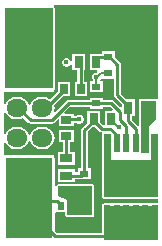
<source format=gtl>
G04*
G04 #@! TF.GenerationSoftware,Altium Limited,Altium Designer,21.6.1 (37)*
G04*
G04 Layer_Physical_Order=1*
G04 Layer_Color=255*
%FSLAX25Y25*%
%MOIN*%
G70*
G04*
G04 #@! TF.SameCoordinates,B910C7B4-C9C7-41F4-8FA7-49552EACB796*
G04*
G04*
G04 #@! TF.FilePolarity,Positive*
G04*
G01*
G75*
%ADD10C,0.01000*%
%ADD14R,0.17323X0.12205*%
%ADD15R,0.02362X0.06102*%
%ADD16R,0.03150X0.02362*%
%ADD17R,0.02756X0.03543*%
%ADD18R,0.03543X0.02756*%
%ADD19R,0.04331X0.03150*%
%ADD20R,0.03150X0.04331*%
%ADD21R,0.02362X0.03150*%
%ADD33C,0.00700*%
%ADD34R,0.18078X0.11614*%
%ADD35R,0.15781X0.26500*%
%ADD36R,0.16000X0.27000*%
%ADD37O,0.07000X0.06000*%
%ADD38R,0.07000X0.06000*%
%ADD39C,0.01772*%
G36*
X53546Y49964D02*
X53046Y49630D01*
X53000Y49649D01*
X48000D01*
X47837Y49582D01*
X47298D01*
Y44051D01*
X47351D01*
Y40786D01*
X46925Y40630D01*
X46851Y40626D01*
X44689Y42787D01*
Y44051D01*
X45742D01*
Y49582D01*
X42979D01*
X41122Y51439D01*
Y61150D01*
X41122Y61150D01*
X41036Y61579D01*
X40793Y61943D01*
X39175Y63561D01*
Y65537D01*
X34825D01*
Y64787D01*
X34028D01*
X34028Y64787D01*
X33919Y64765D01*
X30778D01*
Y59235D01*
X33053D01*
X33284Y58735D01*
X33092Y58486D01*
X32704D01*
X32158Y58260D01*
X31740Y57842D01*
X31514Y57296D01*
Y56704D01*
X31740Y56158D01*
X31862Y56037D01*
X31655Y55537D01*
X30825D01*
Y51975D01*
X35175D01*
Y55537D01*
X34378D01*
X34174Y55966D01*
X34427Y56401D01*
X34825Y56463D01*
X34825Y56463D01*
X38878D01*
Y50975D01*
X38878Y50975D01*
X38964Y50546D01*
X39207Y50182D01*
X41393Y47996D01*
Y47095D01*
X40931Y46904D01*
X38798Y49037D01*
X38434Y49280D01*
X38004Y49366D01*
X38004Y49366D01*
X35175D01*
Y50025D01*
X30825D01*
Y49366D01*
X23783D01*
X23354Y49280D01*
X22990Y49037D01*
X22990Y49037D01*
X19333Y45380D01*
X18909Y45664D01*
X18933Y45720D01*
X19056Y46659D01*
X18933Y47599D01*
X18901Y47677D01*
X21852Y50628D01*
X24222D01*
Y55372D01*
X20266D01*
Y52214D01*
X17589Y49537D01*
X17241Y49804D01*
X16365Y50167D01*
X15425Y50291D01*
X14425D01*
X13485Y50167D01*
X12610Y49804D01*
X11858Y49227D01*
X11281Y48475D01*
X10961Y47703D01*
X10675Y47649D01*
X10389Y47703D01*
X10070Y48475D01*
X9493Y49227D01*
X8741Y49804D01*
X7865Y50167D01*
X6925Y50291D01*
X5925D01*
X4985Y50167D01*
X4110Y49804D01*
X3358Y49227D01*
X2781Y48475D01*
X2641Y48138D01*
X2141Y48238D01*
Y52000D01*
X19000D01*
Y52639D01*
X19149Y53000D01*
Y80000D01*
X19000Y80361D01*
Y80859D01*
X53546D01*
Y49964D01*
D02*
G37*
G36*
X38435Y46227D02*
X38244Y45765D01*
X35778D01*
Y40856D01*
X35187D01*
X34222Y41821D01*
Y45765D01*
X29872D01*
Y41821D01*
X28207Y40155D01*
X27964Y39791D01*
X27878Y39362D01*
X27878Y39362D01*
Y26537D01*
X26825D01*
Y25169D01*
X25765D01*
Y26222D01*
X20235D01*
Y21872D01*
X25765D01*
Y22926D01*
X27898D01*
X27898Y22926D01*
X28145Y22975D01*
X31175D01*
Y26537D01*
X30122D01*
Y38898D01*
X31459Y40235D01*
X32636D01*
X33929Y38942D01*
X33929Y38942D01*
X34293Y38699D01*
X34421Y38673D01*
X34845Y38490D01*
Y31187D01*
X35014D01*
Y16893D01*
X35203Y16436D01*
X35205Y16434D01*
X35239Y16420D01*
Y16298D01*
X35664Y16243D01*
X35727Y16270D01*
X35795Y16298D01*
X53546D01*
Y14888D01*
X53530Y14877D01*
X35452D01*
X35292Y14811D01*
X34845D01*
Y14329D01*
X34803Y14228D01*
Y5122D01*
X19594D01*
X19149Y5566D01*
Y11455D01*
X19463Y11825D01*
X22613D01*
Y10922D01*
X22803Y10462D01*
X23262Y10272D01*
X31480D01*
X31939Y10462D01*
X32046Y10569D01*
X32236Y11028D01*
Y20679D01*
X32046Y21138D01*
X31587Y21328D01*
X20337D01*
X19877Y21138D01*
X19824Y21084D01*
X19822Y21079D01*
X19817Y21077D01*
X19727Y20851D01*
X19634Y20625D01*
X19172Y20644D01*
X19149Y20645D01*
Y30000D01*
X19000Y30361D01*
Y31000D01*
X2141D01*
Y35081D01*
X2641Y35181D01*
X2781Y34844D01*
X3358Y34092D01*
X4110Y33515D01*
X4985Y33152D01*
X5925Y33028D01*
X6925D01*
X7865Y33152D01*
X8741Y33515D01*
X9493Y34092D01*
X10070Y34844D01*
X10389Y35616D01*
X10675Y35669D01*
X10961Y35616D01*
X11281Y34844D01*
X11858Y34092D01*
X12610Y33515D01*
X13485Y33152D01*
X14425Y33028D01*
X15425D01*
X16365Y33152D01*
X17241Y33515D01*
X17993Y34092D01*
X18570Y34844D01*
X18933Y35720D01*
X19056Y36659D01*
X18933Y37599D01*
X18570Y38475D01*
X17993Y39227D01*
X17241Y39804D01*
X16365Y40167D01*
X15425Y40290D01*
X14425D01*
X13485Y40167D01*
X12610Y39804D01*
X11858Y39227D01*
X11281Y38475D01*
X10961Y37703D01*
X10675Y37649D01*
X10389Y37703D01*
X10070Y38475D01*
X9493Y39227D01*
X8741Y39804D01*
X7865Y40167D01*
X6925Y40290D01*
X5925D01*
X4985Y40167D01*
X4110Y39804D01*
X3358Y39227D01*
X2781Y38475D01*
X2641Y38138D01*
X2141Y38238D01*
Y45081D01*
X2641Y45181D01*
X2781Y44844D01*
X3358Y44092D01*
X4110Y43515D01*
X4985Y43152D01*
X5925Y43028D01*
X6925D01*
X7865Y43152D01*
X8559Y43440D01*
X10232Y41766D01*
X10232Y41766D01*
X10596Y41523D01*
X11025Y41438D01*
X11025Y41438D01*
X18098D01*
X18098Y41438D01*
X18528Y41523D01*
X18891Y41766D01*
X20166Y43041D01*
X20628Y42850D01*
Y40778D01*
X25372D01*
Y41722D01*
X26333D01*
X26384Y41671D01*
X26930Y41445D01*
X27521D01*
X28067Y41671D01*
X28485Y42089D01*
X28712Y42635D01*
Y43226D01*
X28485Y43772D01*
X28067Y44190D01*
X27521Y44416D01*
X26930D01*
X26384Y44190D01*
X26159Y43965D01*
X25372D01*
Y44734D01*
X22512D01*
X22321Y45196D01*
X24248Y47122D01*
X30825D01*
Y46463D01*
X35175D01*
Y47122D01*
X37540D01*
X38435Y46227D01*
D02*
G37*
G36*
X53000Y43000D02*
X50500Y40500D01*
Y31500D01*
X48000D01*
Y49000D01*
X53000D01*
Y43000D01*
D02*
G37*
G36*
X37880Y37868D02*
Y29429D01*
X37789Y29338D01*
X51314D01*
Y37898D01*
X53543D01*
Y16984D01*
X35755D01*
X35664Y16893D01*
Y37898D01*
X35634Y37929D01*
X37819D01*
X37880Y37868D01*
D02*
G37*
G36*
X31587Y11028D02*
X31480Y10922D01*
X23262D01*
Y15990D01*
X22386Y16333D01*
X20337Y17350D01*
X20283Y20625D01*
X20337Y20679D01*
X31587D01*
Y11028D01*
D02*
G37*
%LPC*%
G36*
X29222Y64765D02*
X24872D01*
Y62519D01*
X24372Y62419D01*
X24260Y62692D01*
X23842Y63110D01*
X23296Y63336D01*
X22704D01*
X22158Y63110D01*
X21740Y62692D01*
X21514Y62146D01*
Y61554D01*
X21740Y61008D01*
X22158Y60590D01*
X22704Y60364D01*
X23296D01*
X23842Y60590D01*
X24260Y61008D01*
X24372Y61281D01*
X24872Y61181D01*
Y59235D01*
X26634D01*
Y55372D01*
X25778D01*
Y50628D01*
X29734D01*
Y55372D01*
X28877D01*
Y59235D01*
X29222D01*
Y64765D01*
D02*
G37*
G36*
X25372Y39222D02*
X20628D01*
Y35266D01*
X21879D01*
Y32128D01*
X20235D01*
Y27778D01*
X25765D01*
Y32128D01*
X24122D01*
Y35266D01*
X25372D01*
Y39222D01*
D02*
G37*
%LPD*%
D10*
X22693Y42843D02*
X27139D01*
X27226Y42930D01*
X22606Y42756D02*
X22693Y42843D01*
X23000Y29953D02*
Y37244D01*
X46075Y34839D02*
Y39816D01*
X43568Y42323D02*
X46075Y39816D01*
X43568Y42323D02*
Y46817D01*
X40000Y50975D02*
X43568Y47407D01*
Y46817D02*
Y47407D01*
X40000Y50975D02*
Y61150D01*
X37000Y63756D02*
X37394D01*
X40000Y61150D01*
X36909Y63665D02*
X37000Y63756D01*
X32953Y62000D02*
Y62590D01*
X34028Y63665D01*
X36909D01*
X32047Y42409D02*
X34722Y39735D01*
X37569D01*
X39094Y38209D01*
Y35520D02*
Y38209D01*
Y35520D02*
X39776Y34839D01*
X29000Y24756D02*
Y39362D01*
X32047Y42409D01*
X23000Y24047D02*
X27898D01*
X28606Y24756D01*
X29000D01*
X40893Y42735D02*
Y45356D01*
X42925Y34839D02*
Y40702D01*
X38004Y48244D02*
X40893Y45356D01*
X33000Y48244D02*
X38004D01*
X40893Y42735D02*
X42925Y40702D01*
X18098Y42559D02*
X23783Y48244D01*
X11025Y42559D02*
X18098D01*
X6925Y46659D02*
X11025Y42559D01*
X23783Y48244D02*
X33000D01*
X6425Y46659D02*
X6925D01*
X16297D02*
X22244Y52606D01*
X14925Y46659D02*
X16297D01*
X22244Y52606D02*
Y53000D01*
X22606Y42756D02*
X23000D01*
X14925Y36659D02*
X16510D01*
X15872Y15713D02*
X19925D01*
X21244Y14000D02*
Y14394D01*
X14925Y16659D02*
X15872Y15713D01*
X19925D02*
X21244Y14394D01*
X27047Y62000D02*
X27756Y61291D01*
Y53000D02*
Y61291D01*
X19130Y4000D02*
X36900D01*
X37000Y4100D01*
X14925Y6659D02*
X16470D01*
X19130Y4000D01*
X5000Y36500D02*
X5500D01*
D14*
X44500Y23000D02*
D03*
D15*
X52374Y34839D02*
D03*
X36626Y11159D02*
D03*
X52374D02*
D03*
X36626Y34839D02*
D03*
X39776D02*
D03*
X42925D02*
D03*
X46075D02*
D03*
X49224D02*
D03*
X39776Y11159D02*
D03*
X42925D02*
D03*
X46075D02*
D03*
X49224D02*
D03*
D16*
X37000Y63756D02*
D03*
Y58244D02*
D03*
X29000Y19244D02*
D03*
Y24756D02*
D03*
X33000Y53756D02*
D03*
Y48244D02*
D03*
D17*
X22244Y53000D02*
D03*
X27756D02*
D03*
D18*
X23000Y37244D02*
D03*
Y42756D02*
D03*
D19*
Y29953D02*
D03*
Y24047D02*
D03*
D20*
X32047Y43000D02*
D03*
X37953D02*
D03*
X43568Y46817D02*
D03*
X49473D02*
D03*
X32953Y62000D02*
D03*
X27047D02*
D03*
D21*
X26756Y14000D02*
D03*
X21244D02*
D03*
D33*
X37953Y42409D02*
X39748Y40615D01*
X40205D01*
X40410Y40410D01*
X37953Y42409D02*
Y43000D01*
X33131Y57000D02*
X34375Y58244D01*
X37000D01*
X33000Y57000D02*
X33131D01*
X33000Y53756D02*
Y57000D01*
D34*
X44491Y8421D02*
D03*
D35*
X10610Y16750D02*
D03*
D36*
X10500Y66500D02*
D03*
D37*
X6425Y76660D02*
D03*
Y66659D02*
D03*
Y56660D02*
D03*
Y46659D02*
D03*
Y36659D02*
D03*
Y26659D02*
D03*
Y16659D02*
D03*
X14925Y66659D02*
D03*
Y56660D02*
D03*
Y46659D02*
D03*
Y36659D02*
D03*
Y26659D02*
D03*
Y16659D02*
D03*
Y6659D02*
D03*
D38*
X6425D02*
D03*
X14925Y76660D02*
D03*
D39*
X27226Y42930D02*
D03*
X40410Y40410D02*
D03*
X29145Y16646D02*
D03*
X29255Y13877D02*
D03*
X25546Y18351D02*
D03*
X22730D02*
D03*
X37000Y4100D02*
D03*
Y6600D02*
D03*
X23000Y61850D02*
D03*
X40000Y6600D02*
D03*
X42990D02*
D03*
X43000Y4100D02*
D03*
X46000Y6600D02*
D03*
X49300Y4100D02*
D03*
X40000D02*
D03*
X46000D02*
D03*
X49300Y6600D02*
D03*
X52300D02*
D03*
Y4100D02*
D03*
X52000Y47000D02*
D03*
X52500Y19000D02*
D03*
X40000D02*
D03*
X46500D02*
D03*
X50000D02*
D03*
X43500D02*
D03*
X37000D02*
D03*
X40000Y27000D02*
D03*
X52500D02*
D03*
X46500D02*
D03*
X50000D02*
D03*
X43500D02*
D03*
X37000D02*
D03*
X33000Y57000D02*
D03*
X51500Y43000D02*
D03*
X49000Y42500D02*
D03*
Y39500D02*
D03*
X37000Y23000D02*
D03*
X52500D02*
D03*
X50000D02*
D03*
X46500D02*
D03*
X43500D02*
D03*
X40000D02*
D03*
M02*

</source>
